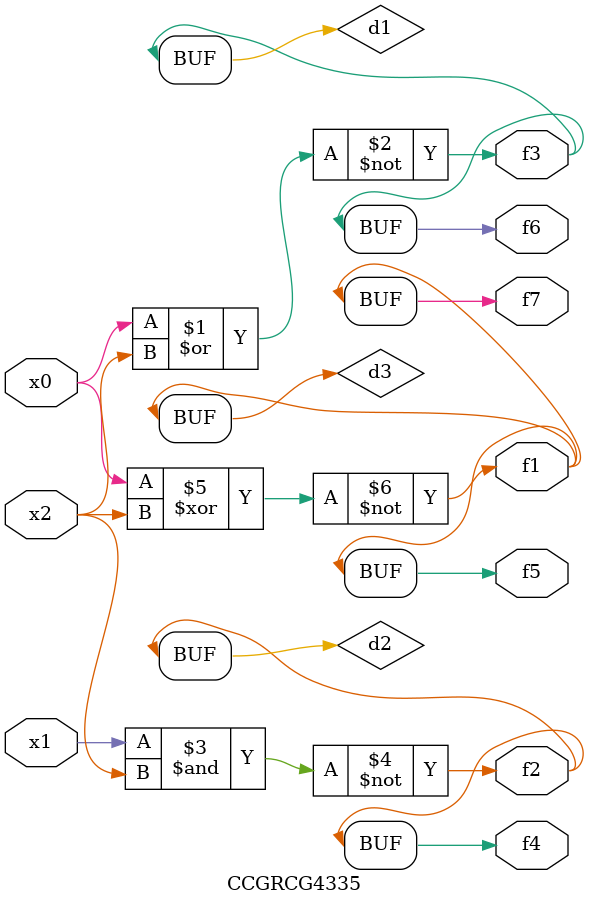
<source format=v>
module CCGRCG4335(
	input x0, x1, x2,
	output f1, f2, f3, f4, f5, f6, f7
);

	wire d1, d2, d3;

	nor (d1, x0, x2);
	nand (d2, x1, x2);
	xnor (d3, x0, x2);
	assign f1 = d3;
	assign f2 = d2;
	assign f3 = d1;
	assign f4 = d2;
	assign f5 = d3;
	assign f6 = d1;
	assign f7 = d3;
endmodule

</source>
